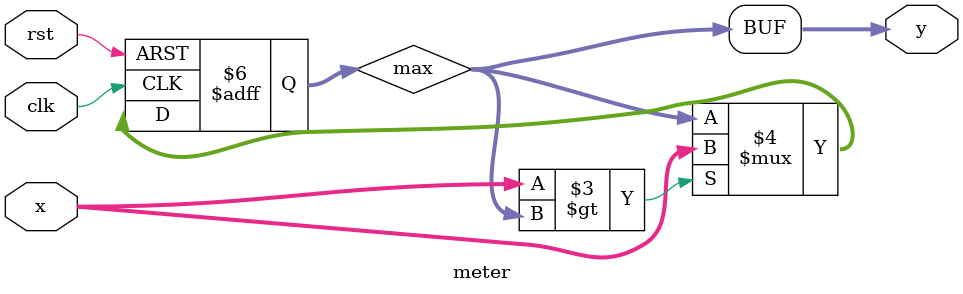
<source format=v>
module meter(
	x,
	y,
	clk,
	rst
);

	input signed [31:0] x;
	input	clk;
	input rst;
	
	output wire signed [31:0] y;
	
	
	reg signed [31:0] max;
	
	assign y = max;
	always @(posedge clk, negedge rst)
	begin
		if(~rst)
			max <='b0;
		else
		begin
			if(x > max)
				max <= x;
		end
	
	
	
	end



endmodule
</source>
